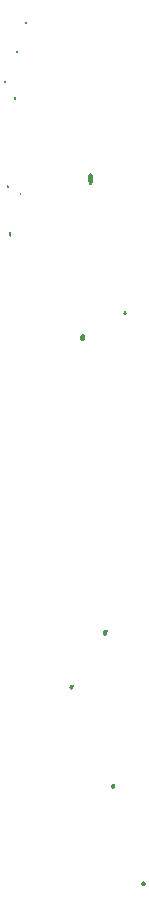
<source format=gbr>
G04 #@! TF.GenerationSoftware,KiCad,Pcbnew,(5.1.4)-1*
G04 #@! TF.CreationDate,2019-10-08T20:05:44+02:00*
G04 #@! TF.ProjectId,weather,77656174-6865-4722-9e6b-696361645f70,rev?*
G04 #@! TF.SameCoordinates,Original*
G04 #@! TF.FileFunction,Other,ECO2*
%FSLAX46Y46*%
G04 Gerber Fmt 4.6, Leading zero omitted, Abs format (unit mm)*
G04 Created by KiCad (PCBNEW (5.1.4)-1) date 2019-10-08 20:05:44*
%MOMM*%
%LPD*%
G04 APERTURE LIST*
%ADD10C,0.010000*%
G04 APERTURE END LIST*
D10*
G36*
X129378277Y-84697705D02*
G01*
X129405859Y-84730776D01*
X129459347Y-84781823D01*
X129495016Y-84776325D01*
X129525307Y-84740681D01*
X129564617Y-84682441D01*
X129567801Y-84634730D01*
X129536110Y-84559725D01*
X129531590Y-84550345D01*
X129485767Y-84478753D01*
X129443437Y-84478621D01*
X129392401Y-84550726D01*
X129387645Y-84559509D01*
X129357479Y-84637519D01*
X129378277Y-84697705D01*
X129378277Y-84697705D01*
G37*
X129378277Y-84697705D02*
X129405859Y-84730776D01*
X129459347Y-84781823D01*
X129495016Y-84776325D01*
X129525307Y-84740681D01*
X129564617Y-84682441D01*
X129567801Y-84634730D01*
X129536110Y-84559725D01*
X129531590Y-84550345D01*
X129485767Y-84478753D01*
X129443437Y-84478621D01*
X129392401Y-84550726D01*
X129387645Y-84559509D01*
X129357479Y-84637519D01*
X129378277Y-84697705D01*
G36*
X124802403Y-116345754D02*
G01*
X124839934Y-116436762D01*
X124906052Y-116465491D01*
X124984773Y-116431560D01*
X125050545Y-116351668D01*
X125098784Y-116267302D01*
X125109562Y-116223200D01*
X125082688Y-116193073D01*
X125049234Y-116171297D01*
X124974397Y-116148750D01*
X124883885Y-116178762D01*
X124814177Y-116230419D01*
X124797981Y-116304275D01*
X124802403Y-116345754D01*
X124802403Y-116345754D01*
G37*
X124802403Y-116345754D02*
X124839934Y-116436762D01*
X124906052Y-116465491D01*
X124984773Y-116431560D01*
X125050545Y-116351668D01*
X125098784Y-116267302D01*
X125109562Y-116223200D01*
X125082688Y-116193073D01*
X125049234Y-116171297D01*
X124974397Y-116148750D01*
X124883885Y-116178762D01*
X124814177Y-116230419D01*
X124797981Y-116304275D01*
X124802403Y-116345754D01*
G36*
X125710242Y-86835491D02*
G01*
X125766743Y-86926668D01*
X125842421Y-86972340D01*
X125896959Y-86968185D01*
X125958712Y-86913017D01*
X126003533Y-86816064D01*
X126028232Y-86700541D01*
X126029622Y-86589664D01*
X126004511Y-86506649D01*
X125964549Y-86476189D01*
X125885100Y-86483077D01*
X125792927Y-86519754D01*
X125718353Y-86579206D01*
X125690284Y-86663598D01*
X125688048Y-86716997D01*
X125710242Y-86835491D01*
X125710242Y-86835491D01*
G37*
X125710242Y-86835491D02*
X125766743Y-86926668D01*
X125842421Y-86972340D01*
X125896959Y-86968185D01*
X125958712Y-86913017D01*
X126003533Y-86816064D01*
X126028232Y-86700541D01*
X126029622Y-86589664D01*
X126004511Y-86506649D01*
X125964549Y-86476189D01*
X125885100Y-86483077D01*
X125792927Y-86519754D01*
X125718353Y-86579206D01*
X125690284Y-86663598D01*
X125688048Y-86716997D01*
X125710242Y-86835491D01*
G36*
X126399135Y-73523702D02*
G01*
X126419183Y-73601857D01*
X126461300Y-73703196D01*
X126506879Y-73732845D01*
X126517648Y-73730231D01*
X126601987Y-73710902D01*
X126623823Y-73709580D01*
X126665386Y-73674825D01*
X126697032Y-73584084D01*
X126700310Y-73566562D01*
X126719112Y-73457024D01*
X126733844Y-73374389D01*
X126735357Y-73366336D01*
X126735781Y-73291995D01*
X126722423Y-73185484D01*
X126719742Y-73170910D01*
X126679042Y-73039351D01*
X126617552Y-72913229D01*
X126615753Y-72910361D01*
X126538299Y-72788031D01*
X126456416Y-72926811D01*
X126394119Y-73095628D01*
X126374557Y-73303082D01*
X126399135Y-73523702D01*
X126399135Y-73523702D01*
G37*
X126399135Y-73523702D02*
X126419183Y-73601857D01*
X126461300Y-73703196D01*
X126506879Y-73732845D01*
X126517648Y-73730231D01*
X126601987Y-73710902D01*
X126623823Y-73709580D01*
X126665386Y-73674825D01*
X126697032Y-73584084D01*
X126700310Y-73566562D01*
X126719112Y-73457024D01*
X126733844Y-73374389D01*
X126735357Y-73366336D01*
X126735781Y-73291995D01*
X126722423Y-73185484D01*
X126719742Y-73170910D01*
X126679042Y-73039351D01*
X126617552Y-72913229D01*
X126615753Y-72910361D01*
X126538299Y-72788031D01*
X126456416Y-72926811D01*
X126394119Y-73095628D01*
X126374557Y-73303082D01*
X126399135Y-73523702D01*
G36*
X127660464Y-111829566D02*
G01*
X127731414Y-111905232D01*
X127801432Y-111923994D01*
X127830262Y-111892637D01*
X127876479Y-111813983D01*
X127928163Y-111711156D01*
X127973396Y-111607283D01*
X127993081Y-111552147D01*
X128002074Y-111490893D01*
X127963517Y-111468651D01*
X127911116Y-111466336D01*
X127767384Y-111495387D01*
X127671575Y-111576764D01*
X127633374Y-111701800D01*
X127633093Y-111715055D01*
X127660464Y-111829566D01*
X127660464Y-111829566D01*
G37*
X127660464Y-111829566D02*
X127731414Y-111905232D01*
X127801432Y-111923994D01*
X127830262Y-111892637D01*
X127876479Y-111813983D01*
X127928163Y-111711156D01*
X127973396Y-111607283D01*
X127993081Y-111552147D01*
X128002074Y-111490893D01*
X127963517Y-111468651D01*
X127911116Y-111466336D01*
X127767384Y-111495387D01*
X127671575Y-111576764D01*
X127633374Y-111701800D01*
X127633093Y-111715055D01*
X127660464Y-111829566D01*
G36*
X128356590Y-124773826D02*
G01*
X128395954Y-124853213D01*
X128427007Y-124890048D01*
X128429086Y-124890377D01*
X128503457Y-124855573D01*
X128555193Y-124773912D01*
X128575960Y-124673459D01*
X128557421Y-124582279D01*
X128530547Y-124548721D01*
X128477418Y-124519542D01*
X128425340Y-124542105D01*
X128388022Y-124576739D01*
X128336020Y-124641112D01*
X128331936Y-124704099D01*
X128356590Y-124773826D01*
X128356590Y-124773826D01*
G37*
X128356590Y-124773826D02*
X128395954Y-124853213D01*
X128427007Y-124890048D01*
X128429086Y-124890377D01*
X128503457Y-124855573D01*
X128555193Y-124773912D01*
X128575960Y-124673459D01*
X128557421Y-124582279D01*
X128530547Y-124548721D01*
X128477418Y-124519542D01*
X128425340Y-124542105D01*
X128388022Y-124576739D01*
X128336020Y-124641112D01*
X128331936Y-124704099D01*
X128356590Y-124773826D01*
G36*
X130890520Y-132995412D02*
G01*
X130942135Y-133092124D01*
X131029848Y-133122063D01*
X131125164Y-133096492D01*
X131201172Y-133029565D01*
X131211264Y-132937992D01*
X131154507Y-132837072D01*
X131141801Y-132823694D01*
X131064778Y-132760431D01*
X131004761Y-132759422D01*
X130934963Y-132820470D01*
X130933432Y-132822157D01*
X130884503Y-132923088D01*
X130890520Y-132995412D01*
X130890520Y-132995412D01*
G37*
X130890520Y-132995412D02*
X130942135Y-133092124D01*
X131029848Y-133122063D01*
X131125164Y-133096492D01*
X131201172Y-133029565D01*
X131211264Y-132937992D01*
X131154507Y-132837072D01*
X131141801Y-132823694D01*
X131064778Y-132760431D01*
X131004761Y-132759422D01*
X130934963Y-132820470D01*
X130933432Y-132822157D01*
X130884503Y-132923088D01*
X130890520Y-132995412D01*
G36*
X120601527Y-74535468D02*
G01*
X120609794Y-74525555D01*
X120625826Y-74510255D01*
X120636517Y-74511903D01*
X120645596Y-74522586D01*
X120657378Y-74540043D01*
X120658333Y-74554343D01*
X120648834Y-74576824D01*
X120647479Y-74579636D01*
X120633745Y-74601094D01*
X120621057Y-74601134D01*
X120605760Y-74579522D01*
X120604334Y-74576889D01*
X120595293Y-74553507D01*
X120601527Y-74535468D01*
X120601527Y-74535468D01*
G37*
X120601527Y-74535468D02*
X120609794Y-74525555D01*
X120625826Y-74510255D01*
X120636517Y-74511903D01*
X120645596Y-74522586D01*
X120657378Y-74540043D01*
X120658333Y-74554343D01*
X120648834Y-74576824D01*
X120647479Y-74579636D01*
X120633745Y-74601094D01*
X120621057Y-74601134D01*
X120605760Y-74579522D01*
X120604334Y-74576889D01*
X120595293Y-74553507D01*
X120601527Y-74535468D01*
G36*
X119230000Y-65049599D02*
G01*
X119241249Y-65022321D01*
X119261067Y-65013710D01*
X119284662Y-65023880D01*
X119304376Y-65047826D01*
X119318834Y-65073113D01*
X119322065Y-65086332D01*
X119314010Y-65095362D01*
X119303982Y-65101889D01*
X119281552Y-65108647D01*
X119254422Y-65099651D01*
X119233529Y-65084168D01*
X119228674Y-65062031D01*
X119230000Y-65049599D01*
X119230000Y-65049599D01*
G37*
X119230000Y-65049599D02*
X119241249Y-65022321D01*
X119261067Y-65013710D01*
X119284662Y-65023880D01*
X119304376Y-65047826D01*
X119318834Y-65073113D01*
X119322065Y-65086332D01*
X119314010Y-65095362D01*
X119303982Y-65101889D01*
X119281552Y-65108647D01*
X119254422Y-65099651D01*
X119233529Y-65084168D01*
X119228674Y-65062031D01*
X119230000Y-65049599D01*
G36*
X119502107Y-73894709D02*
G01*
X119519041Y-73867381D01*
X119541725Y-73853691D01*
X119558071Y-73854937D01*
X119576580Y-73871472D01*
X119590014Y-73900532D01*
X119597418Y-73935158D01*
X119597834Y-73968391D01*
X119590308Y-73993273D01*
X119578330Y-74002403D01*
X119554517Y-74000338D01*
X119526890Y-73989345D01*
X119504538Y-73971525D01*
X119496124Y-73946230D01*
X119495454Y-73930225D01*
X119502107Y-73894709D01*
X119502107Y-73894709D01*
G37*
X119502107Y-73894709D02*
X119519041Y-73867381D01*
X119541725Y-73853691D01*
X119558071Y-73854937D01*
X119576580Y-73871472D01*
X119590014Y-73900532D01*
X119597418Y-73935158D01*
X119597834Y-73968391D01*
X119590308Y-73993273D01*
X119578330Y-74002403D01*
X119554517Y-74000338D01*
X119526890Y-73989345D01*
X119504538Y-73971525D01*
X119496124Y-73946230D01*
X119495454Y-73930225D01*
X119502107Y-73894709D01*
G36*
X119708588Y-77884651D02*
G01*
X119714597Y-77861226D01*
X119727221Y-77830852D01*
X119740882Y-77821965D01*
X119744110Y-77822748D01*
X119769389Y-77828542D01*
X119775934Y-77828938D01*
X119788392Y-77839355D01*
X119797877Y-77866553D01*
X119798860Y-77871805D01*
X119804495Y-77904637D01*
X119808911Y-77929405D01*
X119809364Y-77931818D01*
X119809491Y-77954101D01*
X119805487Y-77986025D01*
X119804684Y-77990394D01*
X119792485Y-78029826D01*
X119774054Y-78067628D01*
X119773515Y-78068488D01*
X119750300Y-78105154D01*
X119725757Y-78063557D01*
X119707085Y-78012958D01*
X119701221Y-77950778D01*
X119708588Y-77884651D01*
X119708588Y-77884651D01*
G37*
X119708588Y-77884651D02*
X119714597Y-77861226D01*
X119727221Y-77830852D01*
X119740882Y-77821965D01*
X119744110Y-77822748D01*
X119769389Y-77828542D01*
X119775934Y-77828938D01*
X119788392Y-77839355D01*
X119797877Y-77866553D01*
X119798860Y-77871805D01*
X119804495Y-77904637D01*
X119808911Y-77929405D01*
X119809364Y-77931818D01*
X119809491Y-77954101D01*
X119805487Y-77986025D01*
X119804684Y-77990394D01*
X119792485Y-78029826D01*
X119774054Y-78067628D01*
X119773515Y-78068488D01*
X119750300Y-78105154D01*
X119725757Y-78063557D01*
X119707085Y-78012958D01*
X119701221Y-77950778D01*
X119708588Y-77884651D01*
G36*
X120086647Y-66403236D02*
G01*
X120107912Y-66380556D01*
X120128899Y-66374933D01*
X120137540Y-66384331D01*
X120151393Y-66407906D01*
X120166884Y-66438727D01*
X120180441Y-66469861D01*
X120186342Y-66486386D01*
X120189037Y-66504746D01*
X120177480Y-66511413D01*
X120161774Y-66512106D01*
X120118694Y-66503399D01*
X120089977Y-66479008D01*
X120078527Y-66441531D01*
X120078442Y-66437558D01*
X120086647Y-66403236D01*
X120086647Y-66403236D01*
G37*
X120086647Y-66403236D02*
X120107912Y-66380556D01*
X120128899Y-66374933D01*
X120137540Y-66384331D01*
X120151393Y-66407906D01*
X120166884Y-66438727D01*
X120180441Y-66469861D01*
X120186342Y-66486386D01*
X120189037Y-66504746D01*
X120177480Y-66511413D01*
X120161774Y-66512106D01*
X120118694Y-66503399D01*
X120089977Y-66479008D01*
X120078527Y-66441531D01*
X120078442Y-66437558D01*
X120086647Y-66403236D01*
G36*
X120295296Y-62523453D02*
G01*
X120307095Y-62499658D01*
X120316402Y-62488618D01*
X120317025Y-62488519D01*
X120339317Y-62498951D01*
X120354824Y-62523427D01*
X120361048Y-62553536D01*
X120355491Y-62580865D01*
X120347436Y-62590924D01*
X120331512Y-62599669D01*
X120315903Y-62592907D01*
X120304717Y-62582526D01*
X120289131Y-62563231D01*
X120287907Y-62544352D01*
X120295296Y-62523453D01*
X120295296Y-62523453D01*
G37*
X120295296Y-62523453D02*
X120307095Y-62499658D01*
X120316402Y-62488618D01*
X120317025Y-62488519D01*
X120339317Y-62498951D01*
X120354824Y-62523427D01*
X120361048Y-62553536D01*
X120355491Y-62580865D01*
X120347436Y-62590924D01*
X120331512Y-62599669D01*
X120315903Y-62592907D01*
X120304717Y-62582526D01*
X120289131Y-62563231D01*
X120287907Y-62544352D01*
X120295296Y-62523453D01*
G36*
X121054791Y-60059197D02*
G01*
X121070262Y-60030210D01*
X121096552Y-60021236D01*
X121125121Y-60028901D01*
X121147903Y-60048961D01*
X121150928Y-60076408D01*
X121133916Y-60106656D01*
X121130108Y-60110666D01*
X121107021Y-60129628D01*
X121089032Y-60129931D01*
X121068112Y-60111633D01*
X121067653Y-60111127D01*
X121052988Y-60080875D01*
X121054791Y-60059197D01*
X121054791Y-60059197D01*
G37*
X121054791Y-60059197D02*
X121070262Y-60030210D01*
X121096552Y-60021236D01*
X121125121Y-60028901D01*
X121147903Y-60048961D01*
X121150928Y-60076408D01*
X121133916Y-60106656D01*
X121130108Y-60110666D01*
X121107021Y-60129628D01*
X121089032Y-60129931D01*
X121068112Y-60111633D01*
X121067653Y-60111127D01*
X121052988Y-60080875D01*
X121054791Y-60059197D01*
M02*

</source>
